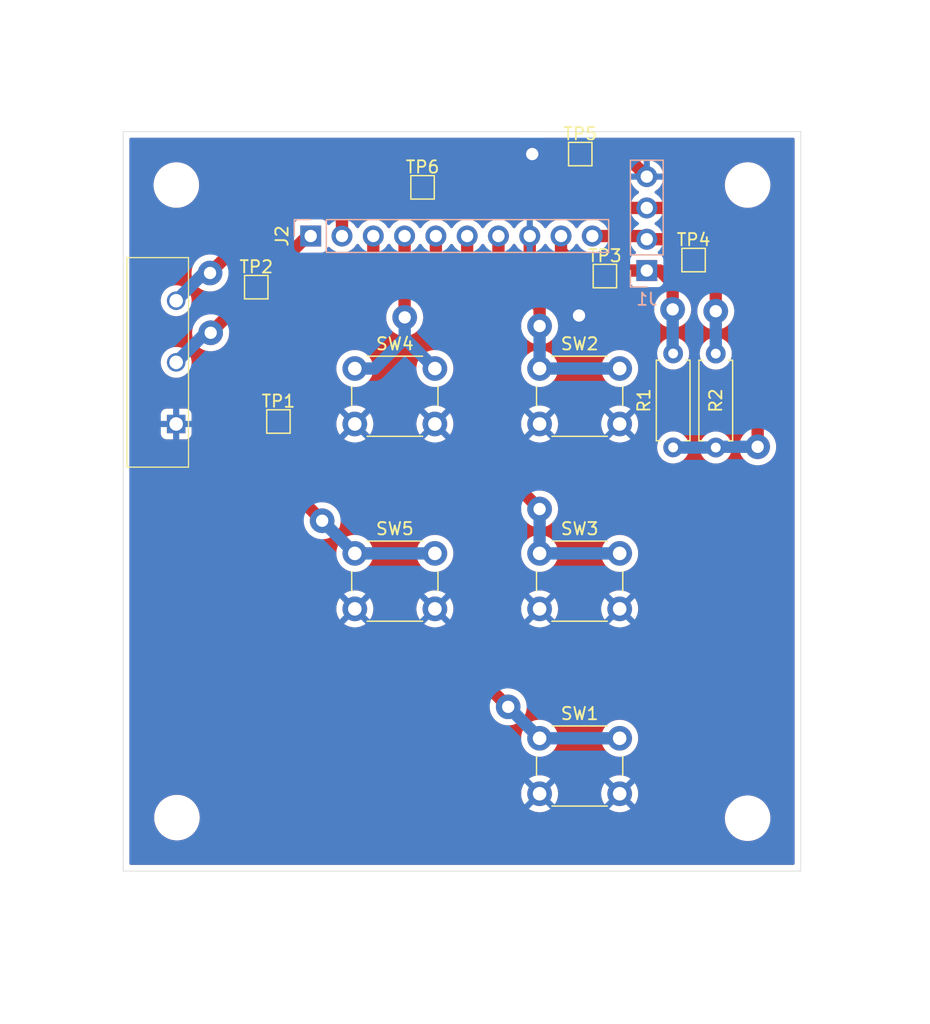
<source format=kicad_pcb>
(kicad_pcb (version 20240108) (generator "pcbnew") (generator_version "8.0")
  (layers (0 "F.Cu" signal) (31 "B.Cu" signal) (34 "B.Paste" user) (35 "F.Paste" user) (36 "B.SilkS" user "B.Silkscreen") (37 "F.SilkS" user "F.Silkscreen") (38 "B.Mask" user) (39 "F.Mask" user) (44 "Edge.Cuts" user))
  (net 0 "")
  (net 1 "GND")
  (net 2 "lcd SDA")
  (net 3 "lcd SCL")
  (net 4 "5V")
  (net 5 "control panel pot")
  (net 6 "Button Down")
  (net 7 "Button Back")
  (net 8 "Button OK")
  (net 9 "Button Up")
  (net 10 "Button Sleep")
  (footprint "TestPoint:TestPoint_Pad_1.5x1.5mm" (layer "F.Cu") (at 100.5 44.9)
    (property "Reference" "TP2" (at 0 -1.648 0) (layer "F.SilkS"))
    (property "Value" "TestPoint")
    (fp_line (start -0.95 -0.95) (end 0.95 -0.95) (stroke (width 0.12)) (layer "F.SilkS"))
    (fp_line (start -0.95 0.95) (end -0.95 -0.95) (stroke (width 0.12)) (layer "F.SilkS"))
    (fp_line (start 0.95 -0.95) (end 0.95 0.95) (stroke (width 0.12)) (layer "F.SilkS"))
    (fp_line (start 0.95 0.95) (end -0.95 0.95) (stroke (width 0.12)) (layer "F.SilkS"))
    (pad "1" smd rect (at 0 0) (size 1.5 1.5) (layers "F.Cu" "F.Mask") (net 5 "control panel pot"))
  )
  (footprint "Button_Switch_THT:SW_PUSH_6mm_H5mm" (layer "F.Cu") (at 123.5 81.5)
    (property "Reference" "SW1" (at 3.25 -2 0) (layer "F.SilkS"))
    (property "Value" "Button_down")
    (fp_line (start -0.25 1.5) (end -0.25 3) (stroke (width 0.12)) (layer "F.SilkS"))
    (fp_line (start 1 5.5) (end 5.5 5.5) (stroke (width 0.12)) (layer "F.SilkS"))
    (fp_line (start 5.5 -1) (end 1 -1) (stroke (width 0.12)) (layer "F.SilkS"))
    (fp_line (start 6.75 3) (end 6.75 1.5) (stroke (width 0.12)) (layer "F.SilkS"))
    (pad "1" thru_hole circle (at 0 0 90) (size 2 2) (drill 1.1) (layers "*.Cu" "*.Mask") (net 6 "Button Down"))
    (pad "1" thru_hole circle (at 6.5 0 90) (size 2 2) (drill 1.1) (layers "*.Cu" "*.Mask") (net 6 "Button Down"))
    (pad "2" thru_hole circle (at 0 4.5 90) (size 2 2) (drill 1.1) (layers "*.Cu" "*.Mask") (net 1 "GND"))
    (pad "2" thru_hole circle (at 6.5 4.5 90) (size 2 2) (drill 1.1) (layers "*.Cu" "*.Mask") (net 1 "GND"))
  )
  (footprint "Button_Switch_THT:SW_PUSH_6mm_H5mm" (layer "F.Cu") (at 123.5 51.5)
    (property "Reference" "SW2" (at 3.25 -2 0) (layer "F.SilkS"))
    (property "Value" "Button_up")
    (fp_line (start -0.25 1.5) (end -0.25 3) (stroke (width 0.12)) (layer "F.SilkS"))
    (fp_line (start 1 5.5) (end 5.5 5.5) (stroke (width 0.12)) (layer "F.SilkS"))
    (fp_line (start 5.5 -1) (end 1 -1) (stroke (width 0.12)) (layer "F.SilkS"))
    (fp_line (start 6.75 3) (end 6.75 1.5) (stroke (width 0.12)) (layer "F.SilkS"))
    (pad "1" thru_hole circle (at 0 0 90) (size 2 2) (drill 1.1) (layers "*.Cu" "*.Mask") (net 9 "Button Up"))
    (pad "1" thru_hole circle (at 6.5 0 90) (size 2 2) (drill 1.1) (layers "*.Cu" "*.Mask") (net 9 "Button Up"))
    (pad "2" thru_hole circle (at 0 4.5 90) (size 2 2) (drill 1.1) (layers "*.Cu" "*.Mask") (net 1 "GND"))
    (pad "2" thru_hole circle (at 6.5 4.5 90) (size 2 2) (drill 1.1) (layers "*.Cu" "*.Mask") (net 1 "GND"))
  )
  (footprint "Resistor_THT:R_Axial_DIN0207_L6.3mm_D2.5mm_P7.62mm_Horizontal" (layer "F.Cu") (at 134.34 57.9 90)
    (property "Reference" "R1" (at 3.81 -2.37 90) (layer "F.SilkS"))
    (property "Value" "4.7k")
    (fp_line (start 7.08 -1.37) (end 7.08 -1.04) (stroke (width 0.12)) (layer "F.SilkS"))
    (fp_line (start 0.54 -1.37) (end 7.08 -1.37) (stroke (width 0.12)) (layer "F.SilkS"))
    (fp_line (start 0.54 -1.04) (end 0.54 -1.37) (stroke (width 0.12)) (layer "F.SilkS"))
    (fp_line (start 0.54 1.04) (end 0.54 1.37) (stroke (width 0.12)) (layer "F.SilkS"))
    (fp_line (start 7.08 1.37) (end 7.08 1.04) (stroke (width 0.12)) (layer "F.SilkS"))
    (fp_line (start 0.54 1.37) (end 7.08 1.37) (stroke (width 0.12)) (layer "F.SilkS"))
    (pad "1" thru_hole circle (at 0 0 90) (size 1.6 1.6) (drill 0.8) (layers "*.Cu" "*.Mask") (net 4 "5V"))
    (pad "2" thru_hole oval (at 7.62 0 90) (size 1.6 1.6) (drill 0.8) (layers "*.Cu" "*.Mask") (net 3 "lcd SCL"))
  )
  (footprint "MountingHole:MountingHole_3.2mm_M3" (layer "F.Cu") (at 94.013351 36.613351)
    (property "Reference" "H1" (hide yes))
    (property "Value" "MountingHole")
    (pad "" np_thru_hole circle (at 0 0) (size 3.2 3.2) (drill 3.2) (layers "*.Cu" "*.Mask"))
  )
  (footprint "Resistor_THT:R_Axial_DIN0207_L6.3mm_D2.5mm_P7.62mm_Horizontal" (layer "F.Cu") (at 137.8 57.91 90)
    (property "Reference" "R2" (at 3.81 0 90) (layer "F.SilkS"))
    (property "Value" "4.7k")
    (fp_line (start 7.08 -1.37) (end 7.08 -1.04) (stroke (width 0.12)) (layer "F.SilkS"))
    (fp_line (start 0.54 -1.37) (end 7.08 -1.37) (stroke (width 0.12)) (layer "F.SilkS"))
    (fp_line (start 0.54 -1.04) (end 0.54 -1.37) (stroke (width 0.12)) (layer "F.SilkS"))
    (fp_line (start 0.54 1.04) (end 0.54 1.37) (stroke (width 0.12)) (layer "F.SilkS"))
    (fp_line (start 7.08 1.37) (end 7.08 1.04) (stroke (width 0.12)) (layer "F.SilkS"))
    (fp_line (start 0.54 1.37) (end 7.08 1.37) (stroke (width 0.12)) (layer "F.SilkS"))
    (pad "1" thru_hole circle (at 0 0 90) (size 1.6 1.6) (drill 0.8) (layers "*.Cu" "*.Mask") (net 4 "5V"))
    (pad "2" thru_hole oval (at 7.62 0 90) (size 1.6 1.6) (drill 0.8) (layers "*.Cu" "*.Mask") (net 2 "lcd SDA"))
  )
  (footprint "Potentiometer:PDB182-K-Potentiometer-Horizontal" (layer "F.Cu") (at 94 51 90)
    (property "Reference" "RV1" (hide yes))
    (property "Value" "Control_panel_pot")
    (fp_line (start 8.5 -4) (end 8.5 1) (stroke (width 0.1)) (layer "F.SilkS"))
    (fp_line (start -8.5 -4) (end 8.5 -4) (stroke (width 0.1)) (layer "F.SilkS"))
    (fp_line (start 8.5 1) (end -8.5 1) (stroke (width 0.1)) (layer "F.SilkS"))
    (fp_line (start -8.5 1) (end -8.5 -4) (stroke (width 0.1)) (layer "F.SilkS"))
    (pad "1" thru_hole rect (at -5 0 90) (size 1.5 1.5) (drill 1.1) (layers "*.Cu" "*.Mask") (net 1 "GND"))
    (pad "2" thru_hole circle (at 0 0 90) (size 1.5 1.5) (drill 1.1) (layers "*.Cu" "*.Mask") (net 5 "control panel pot"))
    (pad "3" thru_hole circle (at 5 0 90) (size 1.5 1.5) (drill 1.1) (layers "*.Cu" "*.Mask") (net 4 "5V"))
  )
  (footprint "MountingHole:MountingHole_3.2mm_M3" (layer "F.Cu") (at 94.063351 87.936649)
    (property "Reference" "H3" (hide yes))
    (property "Value" "MountingHole")
    (pad "" np_thru_hole circle (at 0 0) (size 3.2 3.2) (drill 3.2) (layers "*.Cu" "*.Mask"))
  )
  (footprint "Button_Switch_THT:SW_PUSH_6mm_H5mm" (layer "F.Cu") (at 123.5 66.5)
    (property "Reference" "SW3" (at 3.25 -2 0) (layer "F.SilkS"))
    (property "Value" "Button_ok")
    (fp_line (start -0.25 1.5) (end -0.25 3) (stroke (width 0.12)) (layer "F.SilkS"))
    (fp_line (start 1 5.5) (end 5.5 5.5) (stroke (width 0.12)) (layer "F.SilkS"))
    (fp_line (start 5.5 -1) (end 1 -1) (stroke (width 0.12)) (layer "F.SilkS"))
    (fp_line (start 6.75 3) (end 6.75 1.5) (stroke (width 0.12)) (layer "F.SilkS"))
    (pad "1" thru_hole circle (at 0 0 90) (size 2 2) (drill 1.1) (layers "*.Cu" "*.Mask") (net 8 "Button OK"))
    (pad "1" thru_hole circle (at 6.5 0 90) (size 2 2) (drill 1.1) (layers "*.Cu" "*.Mask") (net 8 "Button OK"))
    (pad "2" thru_hole circle (at 0 4.5 90) (size 2 2) (drill 1.1) (layers "*.Cu" "*.Mask") (net 1 "GND"))
    (pad "2" thru_hole circle (at 6.5 4.5 90) (size 2 2) (drill 1.1) (layers "*.Cu" "*.Mask") (net 1 "GND"))
  )
  (footprint "MountingHole:MountingHole_3.2mm_M3" (layer "F.Cu") (at 140.386649 87.986649)
    (property "Reference" "H4" (hide yes))
    (property "Value" "MountingHole")
    (pad "" np_thru_hole circle (at 0 0) (size 3.2 3.2) (drill 3.2) (layers "*.Cu" "*.Mask"))
  )
  (footprint "MountingHole:MountingHole_3.2mm_M3" (layer "F.Cu") (at 140.386649 36.613351)
    (property "Reference" "H2" (hide yes))
    (property "Value" "MountingHole")
    (pad "" np_thru_hole circle (at 0 0) (size 3.2 3.2) (drill 3.2) (layers "*.Cu" "*.Mask"))
  )
  (footprint "Button_Switch_THT:SW_PUSH_6mm_H5mm" (layer "F.Cu") (at 108.5 66.5)
    (property "Reference" "SW5" (at 3.25 -2 0) (layer "F.SilkS"))
    (property "Value" "SW_Push")
    (fp_line (start -0.25 1.5) (end -0.25 3) (stroke (width 0.12)) (layer "F.SilkS"))
    (fp_line (start 1 5.5) (end 5.5 5.5) (stroke (width 0.12)) (layer "F.SilkS"))
    (fp_line (start 5.5 -1) (end 1 -1) (stroke (width 0.12)) (layer "F.SilkS"))
    (fp_line (start 6.75 3) (end 6.75 1.5) (stroke (width 0.12)) (layer "F.SilkS"))
    (pad "1" thru_hole circle (at 0 0 90) (size 2 2) (drill 1.1) (layers "*.Cu" "*.Mask") (net 10 "Button Sleep"))
    (pad "1" thru_hole circle (at 6.5 0 90) (size 2 2) (drill 1.1) (layers "*.Cu" "*.Mask") (net 10 "Button Sleep"))
    (pad "2" thru_hole circle (at 0 4.5 90) (size 2 2) (drill 1.1) (layers "*.Cu" "*.Mask") (net 1 "GND"))
    (pad "2" thru_hole circle (at 6.5 4.5 90) (size 2 2) (drill 1.1) (layers "*.Cu" "*.Mask") (net 1 "GND"))
  )
  (footprint "TestPoint:TestPoint_Pad_1.5x1.5mm" (layer "F.Cu") (at 114 36.8)
    (property "Reference" "TP6" (at 0 -1.648 0) (layer "F.SilkS"))
    (property "Value" "TestPoint")
    (fp_line (start -0.95 -0.95) (end 0.95 -0.95) (stroke (width 0.12)) (layer "F.SilkS"))
    (fp_line (start -0.95 0.95) (end -0.95 -0.95) (stroke (width 0.12)) (layer "F.SilkS"))
    (fp_line (start 0.95 -0.95) (end 0.95 0.95) (stroke (width 0.12)) (layer "F.SilkS"))
    (fp_line (start 0.95 0.95) (end -0.95 0.95) (stroke (width 0.12)) (layer "F.SilkS"))
    (pad "1" smd rect (at 0 0) (size 1.5 1.5) (layers "F.Cu" "F.Mask") (net 4 "5V"))
  )
  (footprint "TestPoint:TestPoint_Pad_1.5x1.5mm" (layer "F.Cu") (at 136 42.7)
    (property "Reference" "TP4" (at 0 -1.648 0) (layer "F.SilkS"))
    (property "Value" "TestPoint")
    (fp_line (start -0.95 -0.95) (end 0.95 -0.95) (stroke (width 0.12)) (layer "F.SilkS"))
    (fp_line (start -0.95 0.95) (end -0.95 -0.95) (stroke (width 0.12)) (layer "F.SilkS"))
    (fp_line (start 0.95 -0.95) (end 0.95 0.95) (stroke (width 0.12)) (layer "F.SilkS"))
    (fp_line (start 0.95 0.95) (end -0.95 0.95) (stroke (width 0.12)) (layer "F.SilkS"))
    (pad "1" smd rect (at 0 0) (size 1.5 1.5) (layers "F.Cu" "F.Mask") (net 2 "lcd SDA"))
  )
  (footprint "Button_Switch_THT:SW_PUSH_6mm_H5mm" (layer "F.Cu") (at 108.5 51.5)
    (property "Reference" "SW4" (at 3.25 -2 0) (layer "F.SilkS"))
    (property "Value" "Button_back")
    (fp_line (start -0.25 1.5) (end -0.25 3) (stroke (width 0.12)) (layer "F.SilkS"))
    (fp_line (start 1 5.5) (end 5.5 5.5) (stroke (width 0.12)) (layer "F.SilkS"))
    (fp_line (start 5.5 -1) (end 1 -1) (stroke (width 0.12)) (layer "F.SilkS"))
    (fp_line (start 6.75 3) (end 6.75 1.5) (stroke (width 0.12)) (layer "F.SilkS"))
    (pad "1" thru_hole circle (at 0 0 90) (size 2 2) (drill 1.1) (layers "*.Cu" "*.Mask") (net 7 "Button Back"))
    (pad "1" thru_hole circle (at 6.5 0 90) (size 2 2) (drill 1.1) (layers "*.Cu" "*.Mask") (net 7 "Button Back"))
    (pad "2" thru_hole circle (at 0 4.5 90) (size 2 2) (drill 1.1) (layers "*.Cu" "*.Mask") (net 1 "GND"))
    (pad "2" thru_hole circle (at 6.5 4.5 90) (size 2 2) (drill 1.1) (layers "*.Cu" "*.Mask") (net 1 "GND"))
  )
  (footprint "TestPoint:TestPoint_Pad_1.5x1.5mm" (layer "F.Cu") (at 128.8 44)
    (property "Reference" "TP3" (at 0 -1.648 0) (layer "F.SilkS"))
    (property "Value" "TestPoint")
    (fp_line (start -0.95 -0.95) (end 0.95 -0.95) (stroke (width 0.12)) (layer "F.SilkS"))
    (fp_line (start -0.95 0.95) (end -0.95 -0.95) (stroke (width 0.12)) (layer "F.SilkS"))
    (fp_line (start 0.95 -0.95) (end 0.95 0.95) (stroke (width 0.12)) (layer "F.SilkS"))
    (fp_line (start 0.95 0.95) (end -0.95 0.95) (stroke (width 0.12)) (layer "F.SilkS"))
    (pad "1" smd rect (at 0 0) (size 1.5 1.5) (layers "F.Cu" "F.Mask") (net 3 "lcd SCL"))
  )
  (footprint "TestPoint:TestPoint_Pad_1.5x1.5mm" (layer "F.Cu") (at 126.8 34.1)
    (property "Reference" "TP5" (at 0 -1.648 0) (layer "F.SilkS"))
    (property "Value" "TestPoint")
    (fp_line (start -0.95 -0.95) (end 0.95 -0.95) (stroke (width 0.12)) (layer "F.SilkS"))
    (fp_line (start -0.95 0.95) (end -0.95 -0.95) (stroke (width 0.12)) (layer "F.SilkS"))
    (fp_line (start 0.95 -0.95) (end 0.95 0.95) (stroke (width 0.12)) (layer "F.SilkS"))
    (fp_line (start 0.95 0.95) (end -0.95 0.95) (stroke (width 0.12)) (layer "F.SilkS"))
    (pad "1" smd rect (at 0 0) (size 1.5 1.5) (layers "F.Cu" "F.Mask") (net 1 "GND"))
  )
  (footprint "TestPoint:TestPoint_Pad_1.5x1.5mm" (layer "F.Cu") (at 102.3 55.8)
    (property "Reference" "TP1" (at 0 -1.648 0) (layer "F.SilkS"))
    (property "Value" "TestPoint")
    (fp_line (start -0.95 -0.95) (end 0.95 -0.95) (stroke (width 0.12)) (layer "F.SilkS"))
    (fp_line (start -0.95 0.95) (end -0.95 -0.95) (stroke (width 0.12)) (layer "F.SilkS"))
    (fp_line (start 0.95 -0.95) (end 0.95 0.95) (stroke (width 0.12)) (layer "F.SilkS"))
    (fp_line (start 0.95 0.95) (end -0.95 0.95) (stroke (width 0.12)) (layer "F.SilkS"))
    (pad "1" smd rect (at 0 0) (size 1.5 1.5) (layers "F.Cu" "F.Mask") (net 10 "Button Sleep"))
  )
  (footprint "Connector_PinHeader_2.54mm:PinHeader_1x04_P2.54mm_Vertical" (layer "B.Cu") (at 132.2 43.55)
    (property "Reference" "J1" (at 0 2.33 0) (layer "B.SilkS") (effects (justify mirror)))
    (property "Value" "LCD_display")
    (fp_line (start -1.33 -8.95) (end -1.33 -1.27) (stroke (width 0.12)) (layer "B.SilkS"))
    (fp_line (start -1.33 1.33) (end -1.33 0) (stroke (width 0.12)) (layer "B.SilkS"))
    (fp_line (start 0 1.33) (end -1.33 1.33) (stroke (width 0.12)) (layer "B.SilkS"))
    (fp_line (start 1.33 -8.95) (end -1.33 -8.95) (stroke (width 0.12)) (layer "B.SilkS"))
    (fp_line (start 1.33 -8.95) (end 1.33 -1.27) (stroke (width 0.12)) (layer "B.SilkS"))
    (fp_line (start 1.33 -1.27) (end -1.33 -1.27) (stroke (width 0.12)) (layer "B.SilkS"))
    (pad "1" thru_hole rect (at 0 0) (size 1.7 1.7) (drill 1) (layers "*.Cu" "*.Mask") (net 3 "lcd SCL"))
    (pad "2" thru_hole oval (at 0 -2.54) (size 1.7 1.7) (drill 1) (layers "*.Cu" "*.Mask") (net 2 "lcd SDA"))
    (pad "3" thru_hole oval (at 0 -5.08) (size 1.7 1.7) (drill 1) (layers "*.Cu" "*.Mask") (net 4 "5V"))
    (pad "4" thru_hole oval (at 0 -7.62) (size 1.7 1.7) (drill 1) (layers "*.Cu" "*.Mask") (net 1 "GND"))
  )
  (footprint "Connector_PinHeader_2.54mm:PinHeader_1x10_P2.54mm_Vertical" (layer "B.Cu") (at 104.92 40.75 -90)
    (property "Reference" "J2" (at 0 2.33 90) (layer "F.SilkS"))
    (property "Value" "Conn_01x10")
    (fp_line (start -1.33 1.33) (end -1.33 0) (stroke (width 0.12)) (layer "B.SilkS"))
    (fp_line (start 0 1.33) (end -1.33 1.33) (stroke (width 0.12)) (layer "B.SilkS"))
    (fp_line (start 1.33 -1.27) (end -1.33 -1.27) (stroke (width 0.12)) (layer "B.SilkS"))
    (fp_line (start -1.33 -24.19) (end -1.33 -1.27) (stroke (width 0.12)) (layer "B.SilkS"))
    (fp_line (start 1.33 -24.19) (end 1.33 -1.27) (stroke (width 0.12)) (layer "B.SilkS"))
    (fp_line (start 1.33 -24.19) (end -1.33 -24.19) (stroke (width 0.12)) (layer "B.SilkS"))
    (pad "1" thru_hole rect (at 0 0 270) (size 1.7 1.7) (drill 1) (layers "*.Cu" "*.Mask") (net 5 "control panel pot"))
    (pad "2" thru_hole oval (at 0 -2.54 270) (size 1.7 1.7) (drill 1) (layers "*.Cu" "*.Mask") (net 4 "5V"))
    (pad "3" thru_hole oval (at 0 -5.08 270) (size 1.7 1.7) (drill 1) (layers "*.Cu" "*.Mask") (net 10 "Button Sleep"))
    (pad "4" thru_hole oval (at 0 -7.62 270) (size 1.7 1.7) (drill 1) (layers "*.Cu" "*.Mask") (net 7 "Button Back"))
    (pad "5" thru_hole oval (at 0 -10.16 270) (size 1.7 1.7) (drill 1) (layers "*.Cu" "*.Mask") (net 6 "Button Down"))
    (pad "6" thru_hole oval (at 0 -12.7 270) (size 1.7 1.7) (drill 1) (layers "*.Cu" "*.Mask") (net 8 "Button OK"))
    (pad "7" thru_hole oval (at 0 -15.24 270) (size 1.7 1.7) (drill 1) (layers "*.Cu" "*.Mask") (net 9 "Button Up"))
    (pad "8" thru_hole oval (at 0 -17.78 270) (size 1.7 1.7) (drill 1) (layers "*.Cu" "*.Mask") (net 1 "GND"))
    (pad "9" thru_hole oval (at 0 -20.32 270) (size 1.7 1.7) (drill 1) (layers "*.Cu" "*.Mask") (net 3 "lcd SCL"))
    (pad "10" thru_hole oval (at 0 -22.86 270) (size 1.7 1.7) (drill 1) (layers "*.Cu" "*.Mask") (net 2 "lcd SDA"))
  )
  (gr_rect (start 89.7 32.275) (end 144.7 92.275) (stroke (width 0.05)) (fill none) (layer "Edge.Cuts"))
  (segment (start 130.37 34.1) (end 122.9 34.1) (width 1) (layer "F.Cu") (net 1))
  (segment (start 122.7 42.4) (end 126.7 46.4) (width 1) (layer "F.Cu") (net 1))
  (segment (start 130.37 34.1) (end 132.2 35.93) (width 1) (layer "F.Cu") (net 1))
  (segment (start 122.7 40.75) (end 122.7 42.4) (width 1) (layer "F.Cu") (net 1))
  (segment (start 126.7 46.4) (end 126.7 47.2) (width 1) (layer "F.Cu") (net 1))
  (via (at 122.9 34.1) (size 2) (drill 1) (layers "F.Cu" "B.Cu") (net 1))
  (via (at 126.7 47.2) (size 2) (drill 1) (layers "F.Cu" "B.Cu") (net 1))
  (segment (start 132.2 41.01) (end 134.01 41.01) (width 1) (layer "F.Cu") (net 2))
  (segment (start 137.8 44.8) (end 137.8 46.85) (width 1) (layer "F.Cu") (net 2))
  (segment (start 127.78 40.75) (end 131.94 40.75) (width 1) (layer "F.Cu") (net 2))
  (segment (start 134.01 41.01) (end 137.8 44.8) (width 1) (layer "F.Cu") (net 2))
  (segment (start 131.94 40.75) (end 132.2 41.01) (width 1) (layer "F.Cu") (net 2))
  (via (at 137.8 46.85) (size 2) (drill 1) (layers "F.Cu" "B.Cu") (net 2))
  (segment (start 137.8 46.85) (end 137.8 50.29) (width 1) (layer "B.Cu") (net 2))
  (segment (start 126.8 43.55) (end 132.2 43.55) (width 1) (layer "F.Cu") (net 3))
  (segment (start 125.24 41.99) (end 126.8 43.55) (width 1) (layer "F.Cu") (net 3))
  (segment (start 134.35 44.65) (end 134.3 44.7) (width 1) (layer "F.Cu") (net 3))
  (segment (start 134.3 44.7) (end 134.3 46.7) (width 1) (layer "F.Cu") (net 3))
  (segment (start 132.2 43.55) (end 133.25 43.55) (width 1) (layer "F.Cu") (net 3))
  (segment (start 125.24 40.75) (end 125.24 41.99) (width 1) (layer "F.Cu") (net 3))
  (segment (start 133.25 43.55) (end 134.35 44.65) (width 1) (layer "F.Cu") (net 3))
  (via (at 134.3 46.7) (size 2) (drill 1) (layers "F.Cu" "B.Cu") (net 3))
  (segment (start 134.3 50.14) (end 134.35 50.19) (width 1) (layer "B.Cu") (net 3))
  (segment (start 134.3 50.24) (end 134.34 50.28) (width 1) (layer "B.Cu") (net 3))
  (segment (start 134.3 46.7) (end 134.3 50.24) (width 1) (layer "B.Cu") (net 3))
  (segment (start 107.46 40.75) (end 107.46 39.547919) (width 1) (layer "F.Cu") (net 4))
  (segment (start 107.45 39.537919) (end 107.45 36.8) (width 1) (layer "F.Cu") (net 4))
  (segment (start 135.97 38.47) (end 141.2 43.7) (width 1) (layer "F.Cu") (net 4))
  (segment (start 130.59 38.47) (end 132.2 38.47) (width 1) (layer "F.Cu") (net 4))
  (segment (start 103.7 36.8) (end 107.45 36.8) (width 1) (layer "F.Cu") (net 4))
  (segment (start 128.92 36.8) (end 130.59 38.47) (width 1) (layer "F.Cu") (net 4))
  (segment (start 141.2 43.7) (end 141.2 57.85) (width 1) (layer "F.Cu") (net 4))
  (segment (start 103.7 36.8) (end 96.75 43.75) (width 1) (layer "F.Cu") (net 4))
  (segment (start 107.45 36.8) (end 128.92 36.8) (width 1) (layer "F.Cu") (net 4))
  (segment (start 132.2 38.47) (end 135.97 38.47) (width 1) (layer "F.Cu") (net 4))
  (segment (start 107.46 39.547919) (end 107.45 39.537919) (width 1) (layer "F.Cu") (net 4))
  (via (at 141.2 57.85) (size 2) (drill 1) (layers "F.Cu" "B.Cu") (net 4))
  (via (at 96.75 43.75) (size 2) (drill 1) (layers "F.Cu" "B.Cu") (net 4))
  (segment (start 141.2 57.85) (end 137.86 57.85) (width 1) (layer "B.Cu") (net 4))
  (segment (start 137.8 57.91) (end 134.35 57.91) (width 1) (layer "B.Cu") (net 4))
  (segment (start 137.86 57.85) (end 137.8 57.91) (width 1) (layer "B.Cu") (net 4))
  (segment (start 96.75 43.75) (end 96.25 43.75) (width 1) (layer "B.Cu") (net 4))
  (segment (start 96.25 43.75) (end 94 46) (width 1) (layer "B.Cu") (net 4))
  (segment (start 134.35 57.91) (end 134.34 57.9) (width 1) (layer "B.Cu") (net 4))
  (segment (start 134.45 57.91) (end 134.35 57.81) (width 1) (layer "B.Cu") (net 4))
  (segment (start 104.65 40.75) (end 96.8 48.6) (width 1) (layer "F.Cu") (net 5))
  (segment (start 104.92 40.75) (end 104.92 40.88) (width 1) (layer "F.Cu") (net 5))
  (segment (start 104.92 40.75) (end 104.65 40.75) (width 1) (layer "F.Cu") (net 5))
  (via (at 96.8 48.6) (size 2) (drill 1) (layers "F.Cu" "B.Cu") (net 5))
  (segment (start 96.4 48.6) (end 94 51) (width 1) (layer "B.Cu") (net 5))
  (segment (start 96.8 48.6) (end 96.4 48.6) (width 1) (layer "B.Cu") (net 5))
  (segment (start 118 48.35) (end 118 76) (width 1) (layer "F.Cu") (net 6))
  (segment (start 115.08 40.75) (end 115.08 45.43) (width 1) (layer "F.Cu") (net 6))
  (segment (start 115.08 45.43) (end 118 48.35) (width 1) (layer "F.Cu") (net 6))
  (segment (start 118 76) (end 120.95 78.95) (width 1) (layer "F.Cu") (net 6))
  (via (at 120.95 78.95) (size 2) (drill 1) (layers "F.Cu" "B.Cu") (net 6))
  (segment (start 120.95 78.95) (end 123.5 81.5) (width 1) (layer "B.Cu") (net 6))
  (segment (start 123.5 81.5) (end 130 81.5) (width 1) (layer "B.Cu") (net 6))
  (segment (start 112.54 47.34) (end 112.55 47.35) (width 1) (layer "F.Cu") (net 7))
  (segment (start 112.54 40.75) (end 112.54 47.34) (width 1) (layer "F.Cu") (net 7))
  (via (at 112.55 47.35) (size 2) (drill 1) (layers "F.Cu" "B.Cu") (net 7))
  (segment (start 112.55 47.35) (end 112.55 49.05) (width 1) (layer "B.Cu") (net 7))
  (segment (start 110.1 51.5) (end 108.5 51.5) (width 1) (layer "B.Cu") (net 7))
  (segment (start 112.55 49.05) (end 115 51.5) (width 1) (layer "B.Cu") (net 7))
  (segment (start 112.55 49.05) (end 110.1 51.5) (width 1) (layer "B.Cu") (net 7))
  (segment (start 120.25 46.9) (end 120.25 59.65) (width 1) (layer "F.Cu") (net 8))
  (segment (start 117.62 40.75) (end 117.62 44.27) (width 1) (layer "F.Cu") (net 8))
  (segment (start 117.62 44.27) (end 120.25 46.9) (width 1) (layer "F.Cu") (net 8))
  (segment (start 120.25 59.65) (end 123.5 62.9) (width 1) (layer "F.Cu") (net 8))
  (via (at 123.5 62.9) (size 2) (drill 1) (layers "F.Cu" "B.Cu") (net 8))
  (segment (start 123.5 66.5) (end 130 66.5) (width 1) (layer "B.Cu") (net 8))
  (segment (start 123.5 62.9) (end 123.5 66.5) (width 1) (layer "B.Cu") (net 8))
  (segment (start 120.16 43.21) (end 123.5 46.55) (width 1) (layer "F.Cu") (net 9))
  (segment (start 120.16 40.75) (end 120.16 43.21) (width 1) (layer "F.Cu") (net 9))
  (segment (start 123.5 46.55) (end 123.5 48.05) (width 1) (layer "F.Cu") (net 9))
  (via (at 123.5 48.05) (size 2) (drill 1) (layers "F.Cu" "B.Cu") (net 9))
  (segment (start 123.5 48.05) (end 123.5 51.5) (width 1) (layer "B.Cu") (net 9))
  (segment (start 123.5 51.5) (end 130 51.5) (width 1) (layer "B.Cu") (net 9))
  (segment (start 102.25 60.25) (end 105.85 63.85) (width 1) (layer "F.Cu") (net 10))
  (segment (start 110 43.5) (end 102.25 51.25) (width 1) (layer "F.Cu") (net 10))
  (segment (start 102.25 51.25) (end 102.25 60.25) (width 1) (layer "F.Cu") (net 10))
  (segment (start 110 40.75) (end 110 43.5) (width 1) (layer "F.Cu") (net 10))
  (via (at 105.85 63.85) (size 2) (drill 1) (layers "F.Cu" "B.Cu") (net 10))
  (segment (start 105.85 63.85) (end 108.5 66.5) (width 1) (layer "B.Cu") (net 10))
  (segment (start 108.5 66.5) (end 115 66.5) (width 1) (layer "B.Cu") (net 10))
  (zone (net 0) (net_name "") (layer "F.Cu") (connect_pads (clearance 0.5)) (min_thickness 0.25) (fill yes (thermal_gap 0.5) (thermal_bridge_width 0.5) (island_removal_mode 1) (island_area_min 10))
    (polygon (pts (xy 86.5 27) (xy 148.4 26.9) (xy 148.5 98.5) (xy 84.6 97.7)))
  )
  (zone (net 1) (net_name "GND") (layer "B.Cu") (priority 1) (connect_pads (clearance 0.5)) (min_thickness 0.25) (fill yes (thermal_gap 0.5) (thermal_bridge_width 0.5))
    (polygon (pts (xy 83.7 21.9) (xy 154.6 21.6) (xy 155.2 104.7) (xy 79.7 103.1)))
  )
)
</source>
